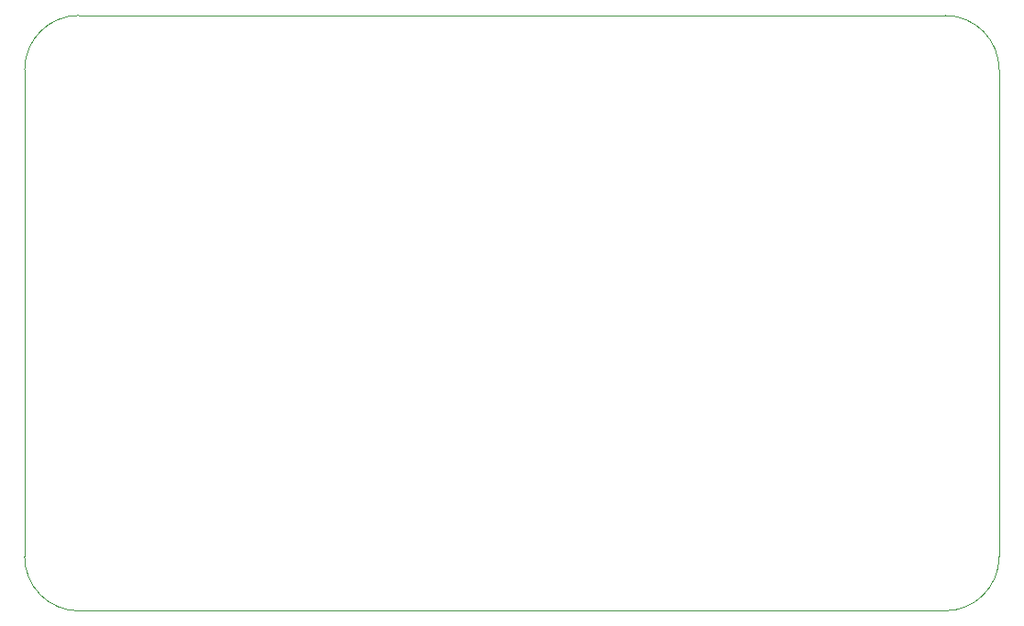
<source format=gbr>
%TF.GenerationSoftware,KiCad,Pcbnew,(6.0.0)*%
%TF.CreationDate,2022-06-06T22:40:17+03:00*%
%TF.ProjectId,basic_digital,62617369-635f-4646-9967-6974616c2e6b,rev?*%
%TF.SameCoordinates,Original*%
%TF.FileFunction,Profile,NP*%
%FSLAX46Y46*%
G04 Gerber Fmt 4.6, Leading zero omitted, Abs format (unit mm)*
G04 Created by KiCad (PCBNEW (6.0.0)) date 2022-06-06 22:40:17*
%MOMM*%
%LPD*%
G01*
G04 APERTURE LIST*
%TA.AperFunction,Profile*%
%ADD10C,0.050000*%
%TD*%
G04 APERTURE END LIST*
D10*
X104000000Y17000000D02*
X104000000Y62000000D01*
X109000000Y67000000D02*
G75*
G03*
X104000000Y62000000I0J-5000000D01*
G01*
X194000000Y62000000D02*
G75*
G03*
X189000000Y67000000I-5000000J0D01*
G01*
X189000000Y12000000D02*
G75*
G03*
X194000000Y17000000I0J5000000D01*
G01*
X194000000Y62000000D02*
X194000000Y17000000D01*
X109000000Y67000000D02*
X189000000Y67000000D01*
X104000000Y17000000D02*
G75*
G03*
X109000000Y12000000I5000000J0D01*
G01*
X189000000Y12000000D02*
X109000000Y12000000D01*
M02*

</source>
